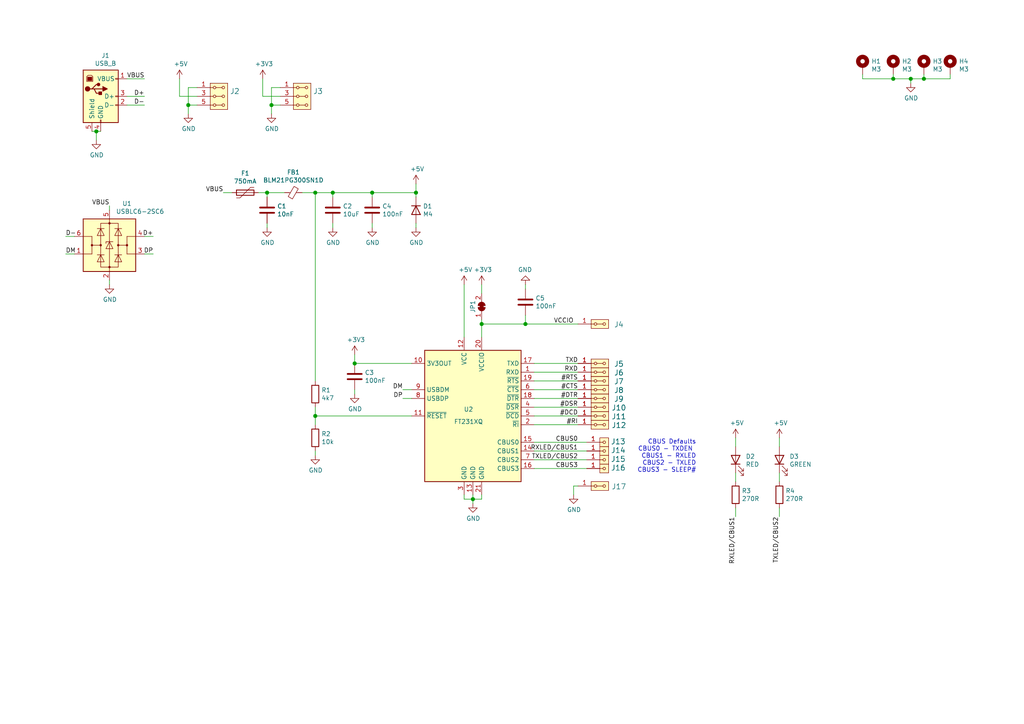
<source format=kicad_sch>
(kicad_sch (version 20210126) (generator eeschema)
  (paper "A4")
  (title_block (title "USB232R02A") (date "2021-03-25") (company "jacho"))
  (lib_symbols
    (symbol "Connector:USB_B" (pin_names (offset 1.016))
      (property "Reference" "J" (at -5.08 11.43 0))
      (property "Value" "USB_B" (at -5.08 8.89 0))
      (symbol "USB_B_0_1"
        (circle (center -3.81 2.159) (radius 0.635) (stroke (width 0.254)) (fill (type outline)))
        (circle (center -0.635 3.429) (radius 0.381) (stroke (width 0.254)) (fill (type outline)))
        (rectangle (start -0.127 -7.62) (end 0.127 -6.858))
        (rectangle (start 5.08 -2.667) (end 4.318 -2.413))
        (rectangle (start 5.08 -0.127) (end 4.318 0.127))
        (rectangle (start 5.08 4.953) (end 4.318 5.207))
        (rectangle (start -3.81 5.588) (end -2.54 4.572) (fill (type outline)))
        (rectangle (start 0.254 1.27) (end -0.508 0.508) (stroke (width 0.254)) (fill (type outline)))
        (rectangle (start -5.08 -7.62) (end 5.08 7.62) (stroke (width 0.254)) (fill (type background)))
        (polyline (pts (xy -1.905 2.159) (xy 0.635 2.159)) (stroke (width 0.254)))
        (polyline (pts (xy -3.175 2.159) (xy -2.54 2.159) (xy -1.27 3.429) (xy -0.635 3.429)) (stroke (width 0.254)))
        (polyline (pts (xy -2.54 2.159) (xy -1.905 2.159) (xy -1.27 0.889) (xy 0 0.889)) (stroke (width 0.254)))
        (polyline (pts (xy -4.064 4.318) (xy -2.286 4.318) (xy -2.286 5.715) (xy -2.667 6.096) (xy -3.683 6.096) (xy -4.064 5.715) (xy -4.064 4.318)))
        (polyline (pts (xy 0.635 2.794) (xy 0.635 1.524) (xy 1.905 2.159) (xy 0.635 2.794)) (stroke (width 0.254)) (fill (type outline)))
      )
      (symbol "USB_B_1_1"
        (pin power_out line (at 7.62 5.08 180) (length 2.54) (name "VBUS") (number "1"))
        (pin bidirectional line (at 7.62 -2.54 180) (length 2.54) (name "D-") (number "2"))
        (pin bidirectional line (at 7.62 0 180) (length 2.54) (name "D+") (number "3"))
        (pin power_out line (at 0 -10.16 90) (length 2.54) (name "GND") (number "4"))
        (pin passive line (at -2.54 -10.16 90) (length 2.54) (name "Shield") (number "5"))
      )
    )
    (symbol "Device:C" (pin_numbers hide) (pin_names (offset 0.254))
      (property "Reference" "C" (at 0.635 2.54 0))
      (property "Value" "C" (at 0.635 -2.54 0))
      (symbol "C_0_1"
        (polyline (pts (xy -2.032 -0.762) (xy 2.032 -0.762)) (stroke (width 0.508)))
        (polyline (pts (xy -2.032 0.762) (xy 2.032 0.762)) (stroke (width 0.508)))
      )
      (symbol "C_1_1"
        (pin passive line (at 0 3.81 270) (length 2.794) (name "~") (number "1"))
        (pin passive line (at 0 -3.81 90) (length 2.794) (name "~") (number "2"))
      )
    )
    (symbol "Device:D" (pin_numbers hide) (pin_names (offset 1.016) hide)
      (property "Reference" "D" (at 0 2.54 0))
      (property "Value" "D" (at 0 -2.54 0))
      (symbol "D_0_1"
        (polyline (pts (xy -1.27 1.27) (xy -1.27 -1.27)) (stroke (width 0.254)))
        (polyline (pts (xy 1.27 0) (xy -1.27 0)))
        (polyline (pts (xy 1.27 1.27) (xy 1.27 -1.27) (xy -1.27 0) (xy 1.27 1.27)) (stroke (width 0.254)))
      )
      (symbol "D_1_1"
        (pin passive line (at -3.81 0 0) (length 2.54) (name "K") (number "1"))
        (pin passive line (at 3.81 0 180) (length 2.54) (name "A") (number "2"))
      )
    )
    (symbol "Device:FerriteBead_Small" (pin_numbers hide) (pin_names (offset 0))
      (property "Reference" "FB" (at 1.905 1.27 0))
      (property "Value" "FerriteBead_Small" (at 1.905 -1.27 0))
      (symbol "FerriteBead_Small_0_1"
        (polyline (pts (xy 0 -1.27) (xy 0 -0.7874)))
        (polyline (pts (xy 0 0.889) (xy 0 1.2954)))
        (polyline (pts (xy -1.8288 0.2794) (xy -1.1176 1.4986) (xy 1.8288 -0.2032) (xy 1.1176 -1.4224) (xy -1.8288 0.2794)))
      )
      (symbol "FerriteBead_Small_1_1"
        (pin passive line (at 0 2.54 270) (length 1.27) (name "~") (number "1"))
        (pin passive line (at 0 -2.54 90) (length 1.27) (name "~") (number "2"))
      )
    )
    (symbol "Device:LED" (pin_numbers hide) (pin_names (offset 1.016) hide)
      (property "Reference" "D" (at 0 2.54 0))
      (property "Value" "LED" (at 0 -2.54 0))
      (symbol "LED_0_1"
        (polyline (pts (xy -1.27 -1.27) (xy -1.27 1.27)) (stroke (width 0.254)))
        (polyline (pts (xy -1.27 0) (xy 1.27 0)))
        (polyline (pts (xy 1.27 -1.27) (xy 1.27 1.27) (xy -1.27 0) (xy 1.27 -1.27)) (stroke (width 0.254)))
        (polyline (pts (xy -3.048 -0.762) (xy -4.572 -2.286) (xy -3.81 -2.286) (xy -4.572 -2.286) (xy -4.572 -1.524)))
        (polyline (pts (xy -1.778 -0.762) (xy -3.302 -2.286) (xy -2.54 -2.286) (xy -3.302 -2.286) (xy -3.302 -1.524)))
      )
      (symbol "LED_1_1"
        (pin passive line (at -3.81 0 0) (length 2.54) (name "K") (number "1"))
        (pin passive line (at 3.81 0 180) (length 2.54) (name "A") (number "2"))
      )
    )
    (symbol "Device:Polyfuse" (pin_numbers hide) (pin_names (offset 0))
      (property "Reference" "F" (at -2.54 0 90))
      (property "Value" "Polyfuse" (at 2.54 0 90))
      (symbol "Polyfuse_0_1"
        (rectangle (start -0.762 2.54) (end 0.762 -2.54) (stroke (width 0.254)))
        (polyline (pts (xy 0 2.54) (xy 0 -2.54)))
        (polyline (pts (xy -1.524 2.54) (xy -1.524 1.524) (xy 1.524 -1.524) (xy 1.524 -2.54)))
      )
      (symbol "Polyfuse_1_1"
        (pin passive line (at 0 3.81 270) (length 1.27) (name "~") (number "1"))
        (pin passive line (at 0 -3.81 90) (length 1.27) (name "~") (number "2"))
      )
    )
    (symbol "Device:R" (pin_numbers hide) (pin_names (offset 0))
      (property "Reference" "R" (at 2.032 0 90))
      (property "Value" "R" (at 0 0 90))
      (symbol "R_0_1"
        (rectangle (start -1.016 -2.54) (end 1.016 2.54) (stroke (width 0.254)))
      )
      (symbol "R_1_1"
        (pin passive line (at 0 3.81 270) (length 1.27) (name "~") (number "1"))
        (pin passive line (at 0 -3.81 90) (length 1.27) (name "~") (number "2"))
      )
    )
    (symbol "Interface_USB:FT231XQ"
      (property "Reference" "U" (at -13.97 20.32 0))
      (property "Value" "FT231XQ" (at 6.35 20.32 0))
      (symbol "FT231XQ_0_1"
        (rectangle (start -13.97 19.05) (end 13.97 -19.05) (stroke (width 0.254)) (fill (type background)))
      )
      (symbol "FT231XQ_1_1"
        (pin input line (at 17.78 12.7 180) (length 3.81) (name "RXD") (number "1"))
        (pin power_out line (at -17.78 15.24 0) (length 3.81) (name "3V3OUT") (number "10"))
        (pin input line (at -17.78 0 0) (length 3.81) (name "~RESET") (number "11"))
        (pin power_in line (at -2.54 22.86 270) (length 3.81) (name "VCC") (number "12"))
        (pin power_in line (at 0 -22.86 90) (length 3.81) (name "GND") (number "13"))
        (pin bidirectional line (at 17.78 -10.16 180) (length 3.81) (name "CBUS1") (number "14"))
        (pin bidirectional line (at 17.78 -7.62 180) (length 3.81) (name "CBUS0") (number "15"))
        (pin bidirectional line (at 17.78 -15.24 180) (length 3.81) (name "CBUS3") (number "16"))
        (pin output line (at 17.78 15.24 180) (length 3.81) (name "TXD") (number "17"))
        (pin output line (at 17.78 5.08 180) (length 3.81) (name "~DTR") (number "18"))
        (pin output line (at 17.78 10.16 180) (length 3.81) (name "~RTS") (number "19"))
        (pin input line (at 17.78 -2.54 180) (length 3.81) (name "~RI") (number "2"))
        (pin power_in line (at 2.54 22.86 270) (length 3.81) (name "VCCIO") (number "20"))
        (pin power_in line (at 2.54 -22.86 90) (length 3.81) (name "GND") (number "21"))
        (pin power_in line (at -2.54 -22.86 90) (length 3.81) (name "GND") (number "3"))
        (pin input line (at 17.78 2.54 180) (length 3.81) (name "~DSR") (number "4"))
        (pin input line (at 17.78 0 180) (length 3.81) (name "~DCD") (number "5"))
        (pin input line (at 17.78 7.62 180) (length 3.81) (name "~CTS") (number "6"))
        (pin bidirectional line (at 17.78 -12.7 180) (length 3.81) (name "CBUS2") (number "7"))
        (pin bidirectional line (at -17.78 5.08 0) (length 3.81) (name "USBDP") (number "8"))
        (pin bidirectional line (at -17.78 7.62 0) (length 3.81) (name "USBDM") (number "9"))
      )
    )
    (symbol "Jumper:SolderJumper_2_Bridged" (pin_names (offset 0) hide)
      (property "Reference" "JP" (at 0 2.032 0))
      (property "Value" "SolderJumper_2_Bridged" (at 0 -2.54 0))
      (symbol "SolderJumper_2_Bridged_0_1"
        (arc (start -0.254 1.016) (end -0.254 -1.016) (radius (at -0.254 0) (length 1.016) (angles 90.1 -90.1)))
        (arc (start 0.254 -1.016) (end 0.254 1.016) (radius (at 0.254 0) (length 1.016) (angles -89.9 89.9)))
        (arc (start -0.254 1.016) (end -0.254 -1.016) (radius (at -0.254 0) (length 1.016) (angles 90.1 -90.1)) (fill (type outline)))
        (arc (start 0.254 -1.016) (end 0.254 1.016) (radius (at 0.254 0) (length 1.016) (angles -89.9 89.9)) (fill (type outline)))
        (rectangle (start -0.508 0.508) (end 0.508 -0.508) (fill (type outline)))
        (polyline (pts (xy -0.254 1.016) (xy -0.254 -1.016)))
        (polyline (pts (xy 0.254 1.016) (xy 0.254 -1.016)))
      )
      (symbol "SolderJumper_2_Bridged_1_1"
        (pin passive line (at -3.81 0 0) (length 2.54) (name "A") (number "1"))
        (pin passive line (at 3.81 0 180) (length 2.54) (name "B") (number "2"))
      )
    )
    (symbol "MLAB_HEADER:HEADER_1x01" (pin_names (offset 1.016))
      (property "Reference" "J" (at 0 -2.54 0))
      (property "Value" "HEADER_1x01" (at 0 2.54 0))
      (symbol "HEADER_1x01_0_1"
        (circle (center 0 0) (radius 0.381))
        (rectangle (start -1.27 1.27) (end 1.27 -1.27) (fill (type background)))
        (polyline (pts (xy -1.27 0) (xy -0.381 0)))
      )
      (symbol "HEADER_1x01_1_1"
        (pin input line (at -5.08 0 0) (length 3.81) (name "~") (number "1"))
      )
    )
    (symbol "MLAB_HEADER:HEADER_2x01_PARALLEL" (pin_names (offset 1.016))
      (property "Reference" "J" (at 0 -2.54 0))
      (property "Value" "HEADER_2x01_PARALLEL" (at 0 2.54 0))
      (symbol "HEADER_2x01_PARALLEL_0_1"
        (circle (center -1.27 0) (radius 0.381))
        (circle (center 1.27 0) (radius 0.381))
        (rectangle (start -2.54 1.27) (end 2.54 -1.27) (fill (type background)))
        (polyline (pts (xy -1.651 0) (xy -2.54 0)))
        (polyline (pts (xy -0.889 0) (xy 0.889 0)))
      )
      (symbol "HEADER_2x01_PARALLEL_1_1"
        (pin input line (at -6.35 0 0) (length 3.81) (name "~") (number "1"))
        (pin input line (at -6.35 0 0) (length 3.81) hide (name "~") (number "2"))
      )
    )
    (symbol "MLAB_HEADER:HEADER_2x03_PARALLEL" (pin_names (offset 1.016))
      (property "Reference" "J" (at 0 -5.08 0))
      (property "Value" "HEADER_2x03_PARALLEL" (at 0 5.08 0))
      (symbol "HEADER_2x03_PARALLEL_0_1"
        (circle (center -1.27 -2.54) (radius 0.381))
        (circle (center -1.27 0) (radius 0.381))
        (circle (center -1.27 2.54) (radius 0.381))
        (circle (center 1.27 -2.54) (radius 0.381))
        (circle (center 1.27 0) (radius 0.381))
        (circle (center 1.27 2.54) (radius 0.381))
        (rectangle (start -2.54 3.81) (end 2.54 -3.81) (fill (type background)))
        (polyline (pts (xy -1.651 -2.54) (xy -2.54 -2.54)))
        (polyline (pts (xy -1.651 0) (xy -2.54 0)))
        (polyline (pts (xy -1.651 2.54) (xy -2.54 2.54)))
        (polyline (pts (xy -0.889 -2.54) (xy 0.889 -2.54)))
        (polyline (pts (xy -0.889 0) (xy 0.889 0)))
        (polyline (pts (xy -0.889 2.54) (xy 0.889 2.54)))
      )
      (symbol "HEADER_2x03_PARALLEL_1_1"
        (pin input line (at -6.35 2.54 0) (length 3.81) (name "~") (number "1"))
        (pin input line (at -6.35 2.54 0) (length 3.81) hide (name "~") (number "2"))
        (pin input line (at -6.35 0 0) (length 3.81) (name "~") (number "3"))
        (pin input line (at -6.35 0 0) (length 3.81) hide (name "~") (number "4"))
        (pin input line (at -6.35 -2.54 0) (length 3.81) (name "~") (number "5"))
        (pin input line (at -6.35 -2.54 0) (length 3.81) hide (name "~") (number "6"))
      )
    )
    (symbol "Mechanical:MountingHole_Pad" (pin_numbers hide) (pin_names (offset 1.016) hide)
      (property "Reference" "H" (at 0 6.35 0))
      (property "Value" "MountingHole_Pad" (at 0 4.445 0))
      (symbol "MountingHole_Pad_0_1"
        (circle (center 0 1.27) (radius 1.27) (stroke (width 1.27)))
      )
      (symbol "MountingHole_Pad_1_1"
        (pin input line (at 0 -2.54 90) (length 2.54) (name "1") (number "1"))
      )
    )
    (symbol "Power_Protection:USBLC6-2SC6" (pin_names hide)
      (property "Reference" "U" (at 2.54 8.89 0))
      (property "Value" "USBLC6-2SC6" (at 2.54 -8.89 0))
      (symbol "USBLC6-2SC6_0_1"
        (circle (center -5.08 0) (radius 0.254) (fill (type outline)))
        (circle (center -2.54 0) (radius 0.254) (fill (type outline)))
        (circle (center 0 -6.35) (radius 0.254) (fill (type outline)))
        (circle (center 0 6.35) (radius 0.254) (fill (type outline)))
        (circle (center 2.54 0) (radius 0.254) (fill (type outline)))
        (circle (center 5.08 0) (radius 0.254) (fill (type outline)))
        (rectangle (start -2.54 6.35) (end 2.54 -6.35))
        (rectangle (start -7.62 -7.62) (end 7.62 7.62) (stroke (width 0.254)) (fill (type background)))
        (polyline (pts (xy -5.08 -2.54) (xy -7.62 -2.54)))
        (polyline (pts (xy -5.08 0) (xy -5.08 -2.54)))
        (polyline (pts (xy -5.08 2.54) (xy -7.62 2.54)))
        (polyline (pts (xy -1.524 -2.794) (xy -3.556 -2.794)))
        (polyline (pts (xy -1.524 4.826) (xy -3.556 4.826)))
        (polyline (pts (xy 0 -7.62) (xy 0 -6.35)))
        (polyline (pts (xy 0 -6.35) (xy 0 1.27)))
        (polyline (pts (xy 0 1.27) (xy 0 6.35)))
        (polyline (pts (xy 0 6.35) (xy 0 7.62)))
        (polyline (pts (xy 1.524 -2.794) (xy 3.556 -2.794)))
        (polyline (pts (xy 1.524 4.826) (xy 3.556 4.826)))
        (polyline (pts (xy 5.08 -2.54) (xy 7.62 -2.54)))
        (polyline (pts (xy 5.08 0) (xy 5.08 -2.54)))
        (polyline (pts (xy 5.08 2.54) (xy 7.62 2.54)))
        (polyline (pts (xy -2.54 0) (xy -5.08 0) (xy -5.08 2.54)))
        (polyline (pts (xy 2.54 0) (xy 5.08 0) (xy 5.08 2.54)))
        (polyline (pts (xy -3.556 -4.826) (xy -1.524 -4.826) (xy -2.54 -2.794) (xy -3.556 -4.826)))
        (polyline (pts (xy -3.556 2.794) (xy -1.524 2.794) (xy -2.54 4.826) (xy -3.556 2.794)))
        (polyline (pts (xy -1.016 -1.016) (xy 1.016 -1.016) (xy 0 1.016) (xy -1.016 -1.016)))
        (polyline (pts (xy 1.016 1.016) (xy 0.762 1.016) (xy -1.016 1.016) (xy -1.016 0.508)))
        (polyline (pts (xy 3.556 -4.826) (xy 1.524 -4.826) (xy 2.54 -2.794) (xy 3.556 -4.826)))
        (polyline (pts (xy 3.556 2.794) (xy 1.524 2.794) (xy 2.54 4.826) (xy 3.556 2.794)))
      )
      (symbol "USBLC6-2SC6_1_1"
        (pin passive line (at -10.16 -2.54 0) (length 2.54) (name "I/O1") (number "1"))
        (pin passive line (at 0 -10.16 90) (length 2.54) (name "GND") (number "2"))
        (pin passive line (at 10.16 -2.54 180) (length 2.54) (name "I/O2") (number "3"))
        (pin passive line (at 10.16 2.54 180) (length 2.54) (name "I/O2") (number "4"))
        (pin passive line (at 0 10.16 270) (length 2.54) (name "VBUS") (number "5"))
        (pin passive line (at -10.16 2.54 0) (length 2.54) (name "I/O1") (number "6"))
      )
    )
    (symbol "power:+3V3" (power) (pin_names (offset 0))
      (property "Value" "+3V3" (at 0 3.556 0))
      (symbol "+3V3_0_1"
        (polyline (pts (xy -0.762 1.27) (xy 0 2.54)))
        (polyline (pts (xy 0 0) (xy 0 2.54)))
        (polyline (pts (xy 0 2.54) (xy 0.762 1.27)))
      )
      (symbol "+3V3_1_1"
        (pin power_in line (at 0 0 90) (length 0) hide (name "+3V3") (number "1"))
      )
    )
    (symbol "power:+5V" (power) (pin_names (offset 0))
      (property "Value" "+5V" (at 0 3.556 0))
      (symbol "+5V_0_1"
        (polyline (pts (xy -0.762 1.27) (xy 0 2.54)))
        (polyline (pts (xy 0 0) (xy 0 2.54)))
        (polyline (pts (xy 0 2.54) (xy 0.762 1.27)))
      )
      (symbol "+5V_1_1"
        (pin power_in line (at 0 0 90) (length 0) hide (name "+5V") (number "1"))
      )
    )
    (symbol "power:GND" (power) (pin_names (offset 0))
      (property "Value" "GND" (at 0 -3.81 0))
      (symbol "GND_0_1"
        (polyline (pts (xy 0 0) (xy 0 -1.27) (xy 1.27 -1.27) (xy 0 -2.54) (xy -1.27 -1.27) (xy 0 -1.27)))
      )
      (symbol "GND_1_1"
        (pin power_in line (at 0 0 270) (length 0) hide (name "GND") (number "1"))
      )
    )
  )
  (junction (at 27.94 38.1) (diameter 1.016))
  (junction (at 54.61 30.48) (diameter 1.016))
  (junction (at 77.47 55.88) (diameter 1.016))
  (junction (at 78.74 30.48) (diameter 1.016))
  (junction (at 91.44 55.88) (diameter 1.016))
  (junction (at 91.44 120.65) (diameter 1.016))
  (junction (at 96.52 55.88) (diameter 1.016))
  (junction (at 102.87 105.41) (diameter 1.016))
  (junction (at 107.95 55.88) (diameter 1.016))
  (junction (at 120.65 55.88) (diameter 1.016))
  (junction (at 137.16 144.78) (diameter 1.016))
  (junction (at 139.7 93.98) (diameter 1.016))
  (junction (at 152.4 93.98) (diameter 1.016))
  (junction (at 259.08 22.86) (diameter 1.016))
  (junction (at 264.16 22.86) (diameter 1.016))
  (junction (at 267.97 22.86) (diameter 1.016))
  (wire (pts (xy 19.05 68.58) (xy 21.59 68.58)))
  (wire (pts (xy 19.05 73.66) (xy 21.59 73.66)))
  (wire (pts (xy 26.67 38.1) (xy 27.94 38.1)))
  (wire (pts (xy 27.94 38.1) (xy 27.94 40.64)))
  (wire (pts (xy 27.94 38.1) (xy 29.21 38.1)))
  (wire (pts (xy 31.75 59.69) (xy 31.75 60.96)))
  (wire (pts (xy 31.75 81.28) (xy 31.75 82.55)))
  (wire (pts (xy 36.83 22.86) (xy 41.91 22.86)))
  (wire (pts (xy 36.83 27.94) (xy 41.91 27.94)))
  (wire (pts (xy 36.83 30.48) (xy 41.91 30.48)))
  (wire (pts (xy 41.91 68.58) (xy 44.45 68.58)))
  (wire (pts (xy 41.91 73.66) (xy 44.45 73.66)))
  (wire (pts (xy 52.07 27.94) (xy 52.07 22.86)))
  (wire (pts (xy 54.61 25.4) (xy 54.61 30.48)))
  (wire (pts (xy 54.61 30.48) (xy 54.61 33.02)))
  (wire (pts (xy 54.61 30.48) (xy 57.15 30.48)))
  (wire (pts (xy 57.15 25.4) (xy 54.61 25.4)))
  (wire (pts (xy 57.15 27.94) (xy 52.07 27.94)))
  (wire (pts (xy 64.77 55.88) (xy 67.31 55.88)))
  (wire (pts (xy 74.93 55.88) (xy 77.47 55.88)))
  (wire (pts (xy 76.2 27.94) (xy 76.2 22.86)))
  (wire (pts (xy 77.47 55.88) (xy 77.47 57.15)))
  (wire (pts (xy 77.47 55.88) (xy 82.55 55.88)))
  (wire (pts (xy 77.47 64.77) (xy 77.47 66.04)))
  (wire (pts (xy 78.74 25.4) (xy 78.74 30.48)))
  (wire (pts (xy 78.74 30.48) (xy 78.74 33.02)))
  (wire (pts (xy 78.74 30.48) (xy 81.28 30.48)))
  (wire (pts (xy 81.28 25.4) (xy 78.74 25.4)))
  (wire (pts (xy 81.28 27.94) (xy 76.2 27.94)))
  (wire (pts (xy 87.63 55.88) (xy 91.44 55.88)))
  (wire (pts (xy 91.44 55.88) (xy 91.44 110.49)))
  (wire (pts (xy 91.44 55.88) (xy 96.52 55.88)))
  (wire (pts (xy 91.44 118.11) (xy 91.44 120.65)))
  (wire (pts (xy 91.44 120.65) (xy 91.44 123.19)))
  (wire (pts (xy 91.44 120.65) (xy 119.38 120.65)))
  (wire (pts (xy 91.44 130.81) (xy 91.44 132.08)))
  (wire (pts (xy 96.52 55.88) (xy 96.52 57.15)))
  (wire (pts (xy 96.52 55.88) (xy 107.95 55.88)))
  (wire (pts (xy 96.52 64.77) (xy 96.52 66.04)))
  (wire (pts (xy 102.87 102.87) (xy 102.87 105.41)))
  (wire (pts (xy 102.87 105.41) (xy 119.38 105.41)))
  (wire (pts (xy 102.87 113.03) (xy 102.87 114.3)))
  (wire (pts (xy 107.95 55.88) (xy 107.95 57.15)))
  (wire (pts (xy 107.95 55.88) (xy 120.65 55.88)))
  (wire (pts (xy 107.95 64.77) (xy 107.95 66.04)))
  (wire (pts (xy 116.84 113.03) (xy 119.38 113.03)))
  (wire (pts (xy 116.84 115.57) (xy 119.38 115.57)))
  (wire (pts (xy 120.65 53.34) (xy 120.65 55.88)))
  (wire (pts (xy 120.65 55.88) (xy 120.65 57.15)))
  (wire (pts (xy 120.65 64.77) (xy 120.65 66.04)))
  (wire (pts (xy 134.62 82.55) (xy 134.62 97.79)))
  (wire (pts (xy 134.62 143.51) (xy 134.62 144.78)))
  (wire (pts (xy 134.62 144.78) (xy 137.16 144.78)))
  (wire (pts (xy 137.16 143.51) (xy 137.16 144.78)))
  (wire (pts (xy 137.16 144.78) (xy 137.16 146.05)))
  (wire (pts (xy 137.16 144.78) (xy 139.7 144.78)))
  (wire (pts (xy 139.7 82.55) (xy 139.7 85.09)))
  (wire (pts (xy 139.7 92.71) (xy 139.7 93.98)))
  (wire (pts (xy 139.7 93.98) (xy 139.7 97.79)))
  (wire (pts (xy 139.7 93.98) (xy 152.4 93.98)))
  (wire (pts (xy 139.7 144.78) (xy 139.7 143.51)))
  (wire (pts (xy 152.4 82.55) (xy 152.4 83.82)))
  (wire (pts (xy 152.4 91.44) (xy 152.4 93.98)))
  (wire (pts (xy 152.4 93.98) (xy 167.64 93.98)))
  (wire (pts (xy 154.94 105.41) (xy 167.64 105.41)))
  (wire (pts (xy 154.94 107.95) (xy 167.64 107.95)))
  (wire (pts (xy 154.94 110.49) (xy 167.64 110.49)))
  (wire (pts (xy 154.94 113.03) (xy 167.64 113.03)))
  (wire (pts (xy 154.94 115.57) (xy 167.64 115.57)))
  (wire (pts (xy 154.94 118.11) (xy 167.64 118.11)))
  (wire (pts (xy 154.94 120.65) (xy 167.64 120.65)))
  (wire (pts (xy 154.94 123.19) (xy 167.64 123.19)))
  (wire (pts (xy 154.94 128.27) (xy 170.18 128.27)))
  (wire (pts (xy 154.94 130.81) (xy 170.18 130.81)))
  (wire (pts (xy 154.94 133.35) (xy 170.18 133.35)))
  (wire (pts (xy 154.94 135.89) (xy 170.18 135.89)))
  (wire (pts (xy 166.37 140.97) (xy 166.37 143.51)))
  (wire (pts (xy 167.64 140.97) (xy 166.37 140.97)))
  (wire (pts (xy 213.36 127) (xy 213.36 129.54)))
  (wire (pts (xy 213.36 137.16) (xy 213.36 139.7)))
  (wire (pts (xy 213.36 147.32) (xy 213.36 149.86)))
  (wire (pts (xy 226.06 127) (xy 226.06 129.54)))
  (wire (pts (xy 226.06 137.16) (xy 226.06 139.7)))
  (wire (pts (xy 226.06 147.32) (xy 226.06 149.86)))
  (wire (pts (xy 250.19 21.59) (xy 250.19 22.86)))
  (wire (pts (xy 250.19 22.86) (xy 259.08 22.86)))
  (wire (pts (xy 259.08 21.59) (xy 259.08 22.86)))
  (wire (pts (xy 259.08 22.86) (xy 264.16 22.86)))
  (wire (pts (xy 264.16 22.86) (xy 264.16 24.13)))
  (wire (pts (xy 264.16 22.86) (xy 267.97 22.86)))
  (wire (pts (xy 267.97 21.59) (xy 267.97 22.86)))
  (wire (pts (xy 267.97 22.86) (xy 275.59 22.86)))
  (wire (pts (xy 275.59 22.86) (xy 275.59 21.59)))
  (text "CBUS Defaults\nCBUS0 - TXDEN \nCBUS1 - RXLED\nCBUS2 - TXLED\nCBUS3 - SLEEP#" (at 201.93 137.16 0) (effects (font (size 1.27 1.27)) (justify right bottom)))
  (label "D-" (at 19.05 68.58 0))
  (label "DM" (at 19.05 73.66 0))
  (label "VBUS" (at 31.75 59.69 180))
  (label "VBUS" (at 41.91 22.86 180))
  (label "D+" (at 41.91 27.94 180))
  (label "D-" (at 41.91 30.48 180))
  (label "D+" (at 44.45 68.58 180))
  (label "DP" (at 44.45 73.66 180))
  (label "VBUS" (at 64.77 55.88 180))
  (label "DM" (at 116.84 113.03 180))
  (label "DP" (at 116.84 115.57 180))
  (label "VCCIO" (at 166.37 93.98 180))
  (label "TXD" (at 167.64 105.41 180))
  (label "RXD" (at 167.64 107.95 180))
  (label "#RTS" (at 167.64 110.49 180))
  (label "#CTS" (at 167.64 113.03 180))
  (label "#DTR" (at 167.64 115.57 180))
  (label "#DSR" (at 167.64 118.11 180))
  (label "#DCD" (at 167.64 120.65 180))
  (label "#RI" (at 167.64 123.19 180))
  (label "CBUS0" (at 167.64 128.27 180))
  (label "RXLED{slash}CBUS1" (at 167.64 130.81 180))
  (label "TXLED{slash}CBUS2" (at 167.64 133.35 180))
  (label "CBUS3" (at 167.64 135.89 180))
  (label "RXLED{slash}CBUS1" (at 213.36 149.86 270))
  (label "TXLED{slash}CBUS2" (at 226.06 149.86 270))
  (symbol (lib_id "power:+5V") (at 52.07 22.86 0) (unit 1)
    (property "Reference" "#PWR0111" (effects hide))
    (property "Value" "+5V" (at 52.4383 18.5356 0))
  )
  (symbol (lib_id "power:+3V3") (at 76.2 22.86 0) (unit 1)
    (property "Reference" "#PWR0108" (effects hide))
    (property "Value" "+3V3" (at 76.5683 18.5356 0))
  )
  (symbol (lib_id "power:+3V3") (at 102.87 102.87 0) (unit 1)
    (property "Reference" "#PWR0105" (effects hide))
    (property "Value" "+3V3" (at 103.2383 98.5456 0))
  )
  (symbol (lib_id "power:+5V") (at 120.65 53.34 0) (unit 1)
    (property "Reference" "#PWR0103" (effects hide))
    (property "Value" "+5V" (at 121.0183 49.0156 0))
  )
  (symbol (lib_id "power:+5V") (at 134.62 82.55 0) (unit 1)
    (property "Reference" "#PWR0117" (effects hide))
    (property "Value" "+5V" (at 134.9883 78.2256 0))
  )
  (symbol (lib_id "power:+3V3") (at 139.7 82.55 0) (unit 1)
    (property "Reference" "#PWR0118" (effects hide))
    (property "Value" "+3V3" (at 140.0683 78.2256 0))
  )
  (symbol (lib_id "power:+5V") (at 213.36 127 0) (unit 1)
    (property "Reference" "#PWR0119" (effects hide))
    (property "Value" "+5V" (at 213.7283 122.6756 0))
  )
  (symbol (lib_id "power:+5V") (at 226.06 127 0) (unit 1)
    (property "Reference" "#PWR0120" (effects hide))
    (property "Value" "+5V" (at 226.4283 122.6756 0))
  )
  (symbol (lib_id "power:GND") (at 27.94 40.64 0) (unit 1)
    (property "Reference" "#PWR0110" (effects hide))
    (property "Value" "GND" (at 28.0543 44.9644 0))
  )
  (symbol (lib_id "power:GND") (at 31.75 82.55 0) (unit 1)
    (property "Reference" "#PWR0109" (effects hide))
    (property "Value" "GND" (at 31.8643 86.8744 0))
  )
  (symbol (lib_id "power:GND") (at 54.61 33.02 0) (unit 1)
    (property "Reference" "#PWR0112" (effects hide))
    (property "Value" "GND" (at 54.7243 37.3444 0))
  )
  (symbol (lib_id "power:GND") (at 77.47 66.04 0) (unit 1)
    (property "Reference" "#PWR0113" (effects hide))
    (property "Value" "GND" (at 77.5843 70.3644 0))
  )
  (symbol (lib_id "power:GND") (at 78.74 33.02 0) (unit 1)
    (property "Reference" "#PWR0114" (effects hide))
    (property "Value" "GND" (at 78.8543 37.3444 0))
  )
  (symbol (lib_id "power:GND") (at 91.44 132.08 0) (unit 1)
    (property "Reference" "#PWR0104" (effects hide))
    (property "Value" "GND" (at 91.5543 136.4044 0))
  )
  (symbol (lib_id "power:GND") (at 96.52 66.04 0) (unit 1)
    (property "Reference" "#PWR0106" (effects hide))
    (property "Value" "GND" (at 96.6343 70.3644 0))
  )
  (symbol (lib_id "power:GND") (at 102.87 114.3 0) (unit 1)
    (property "Reference" "#PWR0107" (effects hide))
    (property "Value" "GND" (at 102.9843 118.6244 0))
  )
  (symbol (lib_id "power:GND") (at 107.95 66.04 0) (unit 1)
    (property "Reference" "#PWR0102" (effects hide))
    (property "Value" "GND" (at 108.0643 70.3644 0))
  )
  (symbol (lib_id "power:GND") (at 120.65 66.04 0) (unit 1)
    (property "Reference" "#PWR0101" (effects hide))
    (property "Value" "GND" (at 120.7643 70.3644 0))
  )
  (symbol (lib_id "power:GND") (at 137.16 146.05 0) (unit 1)
    (property "Reference" "#PWR0116" (effects hide))
    (property "Value" "GND" (at 137.2743 150.3744 0))
  )
  (symbol (lib_id "power:GND") (at 152.4 82.55 180) (unit 1)
    (property "Reference" "#PWR0115" (effects hide))
    (property "Value" "GND" (at 152.2857 78.2256 0))
  )
  (symbol (lib_id "power:GND") (at 166.37 143.51 0) (unit 1)
    (property "Reference" "#PWR0122" (effects hide))
    (property "Value" "GND" (at 166.4843 147.8344 0))
  )
  (symbol (lib_id "power:GND") (at 264.16 24.13 0) (unit 1)
    (property "Reference" "#PWR0121" (effects hide))
    (property "Value" "GND" (at 264.2743 28.4544 0))
  )
  (symbol (lib_id "Jumper:SolderJumper_2_Bridged") (at 139.7 88.9 90) (unit 1)
    (property "Reference" "JP1" (at 137.1408 88.9 0))
    (property "Value" "SolderJumper_2_Bridged" (effects hide))
    (property "Footprint" "Jumper:SolderJumper-2_P1.3mm_Bridged_RoundedPad1.0x1.5mm" (effects hide))
  )
  (symbol (lib_id "MLAB_HEADER:HEADER_1x01") (at 175.26 128.27 0) (unit 1)
    (property "Reference" "J13" (at 177.1651 128.0719 0) (effects (font (size 1.524 1.524)) (justify left)))
    (property "Value" "-" (effects hide))
    (property "Footprint" "Mlab_Pin_Headers:Straight_1x01" (effects hide))
  )
  (symbol (lib_id "MLAB_HEADER:HEADER_1x01") (at 175.26 130.81 0) (unit 1)
    (property "Reference" "J14" (at 177.1651 130.6119 0) (effects (font (size 1.524 1.524)) (justify left)))
    (property "Value" "-" (effects hide))
    (property "Footprint" "Mlab_Pin_Headers:Straight_1x01" (effects hide))
  )
  (symbol (lib_id "MLAB_HEADER:HEADER_1x01") (at 175.26 133.35 0) (unit 1)
    (property "Reference" "J15" (at 177.1651 133.1519 0) (effects (font (size 1.524 1.524)) (justify left)))
    (property "Value" "-" (effects hide))
    (property "Footprint" "Mlab_Pin_Headers:Straight_1x01" (effects hide))
  )
  (symbol (lib_id "MLAB_HEADER:HEADER_1x01") (at 175.26 135.89 0) (unit 1)
    (property "Reference" "J16" (at 177.1651 135.6919 0) (effects (font (size 1.524 1.524)) (justify left)))
    (property "Value" "-" (effects hide))
    (property "Footprint" "Mlab_Pin_Headers:Straight_1x01" (effects hide))
  )
  (symbol (lib_id "Device:R") (at 91.44 114.3 0) (unit 1)
    (property "Reference" "R1" (at 93.2181 113.1506 0) (effects (justify left)))
    (property "Value" "4k7" (at 93.218 115.449 0) (effects (justify left)))
    (property "Footprint" "Mlab_R:SMD-0805" (effects hide))
  )
  (symbol (lib_id "Device:R") (at 91.44 127 0) (unit 1)
    (property "Reference" "R2" (at 93.2181 125.8506 0) (effects (justify left)))
    (property "Value" "10k" (at 93.218 128.149 0) (effects (justify left)))
    (property "Footprint" "Mlab_R:SMD-0805" (effects hide))
  )
  (symbol (lib_id "Device:R") (at 213.36 143.51 0) (unit 1)
    (property "Reference" "R3" (at 215.1381 142.3606 0) (effects (justify left)))
    (property "Value" "270R" (at 215.138 144.659 0) (effects (justify left)))
    (property "Footprint" "Mlab_R:SMD-0805" (effects hide))
  )
  (symbol (lib_id "Device:R") (at 226.06 143.51 0) (unit 1)
    (property "Reference" "R4" (at 227.8381 142.3606 0) (effects (justify left)))
    (property "Value" "270R" (at 227.838 144.659 0) (effects (justify left)))
    (property "Footprint" "Mlab_R:SMD-0805" (effects hide))
  )
  (symbol (lib_id "Device:FerriteBead_Small") (at 85.09 55.88 90) (unit 1)
    (property "Reference" "FB1" (at 85.09 49.968 90))
    (property "Value" "BLM21PG300SN1D" (at 85.09 52.2667 90))
    (property "Footprint" "Mlab_L:SMD-0805" (effects hide))
    (property "UST_ID" "5c70984412875079b91f87fd" (effects hide))
  )
  (symbol (lib_id "Mechanical:MountingHole_Pad") (at 250.19 19.05 0) (unit 1)
    (property "Reference" "H1" (at 252.7301 17.7736 0) (effects (justify left)))
    (property "Value" "M3" (at 252.7301 20.0723 0) (effects (justify left)))
    (property "Footprint" "Mlab_Mechanical:MountingHole_3mm" (effects hide))
  )
  (symbol (lib_id "Mechanical:MountingHole_Pad") (at 259.08 19.05 0) (unit 1)
    (property "Reference" "H2" (at 261.6201 17.7736 0) (effects (justify left)))
    (property "Value" "M3" (at 261.6201 20.0723 0) (effects (justify left)))
    (property "Footprint" "Mlab_Mechanical:MountingHole_3mm" (effects hide))
  )
  (symbol (lib_id "Mechanical:MountingHole_Pad") (at 267.97 19.05 0) (unit 1)
    (property "Reference" "H3" (at 270.5101 17.7736 0) (effects (justify left)))
    (property "Value" "M3" (at 270.5101 20.0723 0) (effects (justify left)))
    (property "Footprint" "Mlab_Mechanical:MountingHole_3mm" (effects hide))
  )
  (symbol (lib_id "Mechanical:MountingHole_Pad") (at 275.59 19.05 0) (unit 1)
    (property "Reference" "H4" (at 278.1301 17.7736 0) (effects (justify left)))
    (property "Value" "M3" (at 278.1301 20.0723 0) (effects (justify left)))
    (property "Footprint" "Mlab_Mechanical:MountingHole_3mm" (effects hide))
  )
  (symbol (lib_id "Device:D") (at 120.65 60.96 270) (unit 1)
    (property "Reference" "D1" (at 122.6821 59.8106 90) (effects (justify left)))
    (property "Value" "M4" (at 122.682 62.109 90) (effects (justify left)))
    (property "Footprint" "Diode_SMD:D_SMA" (effects hide))
  )
  (symbol (lib_id "MLAB_HEADER:HEADER_2x01_PARALLEL") (at 173.99 93.98 0) (unit 1)
    (property "Reference" "J4" (at 179.5145 94.1349 0) (effects (font (size 1.524 1.524))))
    (property "Value" "-" (effects hide))
    (property "Footprint" "Mlab_Pin_Headers:Straight_2x01" (effects hide))
  )
  (symbol (lib_id "MLAB_HEADER:HEADER_2x01_PARALLEL") (at 173.99 105.41 0) (unit 1)
    (property "Reference" "J5" (at 179.5145 105.5649 0) (effects (font (size 1.524 1.524))))
    (property "Value" "HEADER_2x01_PARALLEL" (effects hide))
    (property "Footprint" "Mlab_Pin_Headers:Straight_2x01" (effects hide))
  )
  (symbol (lib_id "MLAB_HEADER:HEADER_2x01_PARALLEL") (at 173.99 107.95 0) (unit 1)
    (property "Reference" "J6" (at 179.5145 108.1049 0) (effects (font (size 1.524 1.524))))
    (property "Value" "HEADER_2x01_PARALLEL" (effects hide))
    (property "Footprint" "Mlab_Pin_Headers:Straight_2x01" (effects hide))
  )
  (symbol (lib_id "MLAB_HEADER:HEADER_2x01_PARALLEL") (at 173.99 110.49 0) (unit 1)
    (property "Reference" "J7" (at 179.5145 110.6449 0) (effects (font (size 1.524 1.524))))
    (property "Value" "HEADER_2x01_PARALLEL" (effects hide))
    (property "Footprint" "Mlab_Pin_Headers:Straight_2x01" (effects hide))
  )
  (symbol (lib_id "MLAB_HEADER:HEADER_2x01_PARALLEL") (at 173.99 113.03 0) (unit 1)
    (property "Reference" "J8" (at 179.5145 113.1849 0) (effects (font (size 1.524 1.524))))
    (property "Value" "HEADER_2x01_PARALLEL" (effects hide))
    (property "Footprint" "Mlab_Pin_Headers:Straight_2x01" (effects hide))
  )
  (symbol (lib_id "MLAB_HEADER:HEADER_2x01_PARALLEL") (at 173.99 115.57 0) (unit 1)
    (property "Reference" "J9" (at 179.5145 115.7249 0) (effects (font (size 1.524 1.524))))
    (property "Value" "-" (effects hide))
    (property "Footprint" "Mlab_Pin_Headers:Straight_2x01" (effects hide))
  )
  (symbol (lib_id "MLAB_HEADER:HEADER_2x01_PARALLEL") (at 173.99 118.11 0) (unit 1)
    (property "Reference" "J10" (at 179.5145 118.2649 0) (effects (font (size 1.524 1.524))))
    (property "Value" "-" (effects hide))
    (property "Footprint" "Mlab_Pin_Headers:Straight_2x01" (effects hide))
  )
  (symbol (lib_id "MLAB_HEADER:HEADER_2x01_PARALLEL") (at 173.99 120.65 0) (unit 1)
    (property "Reference" "J11" (at 179.5145 120.8049 0) (effects (font (size 1.524 1.524))))
    (property "Value" "-" (effects hide))
    (property "Footprint" "Mlab_Pin_Headers:Straight_2x01" (effects hide))
  )
  (symbol (lib_id "MLAB_HEADER:HEADER_2x01_PARALLEL") (at 173.99 123.19 0) (unit 1)
    (property "Reference" "J12" (at 179.5145 123.3449 0) (effects (font (size 1.524 1.524))))
    (property "Value" "-" (effects hide))
    (property "Footprint" "Mlab_Pin_Headers:Straight_2x01" (effects hide))
  )
  (symbol (lib_id "MLAB_HEADER:HEADER_2x01_PARALLEL") (at 173.99 140.97 0) (unit 1)
    (property "Reference" "J17" (at 179.5145 141.1249 0) (effects (font (size 1.524 1.524))))
    (property "Value" "HEADER_2x01_PARALLEL" (effects hide))
    (property "Footprint" "Mlab_Pin_Headers:Straight_2x01" (effects hide))
  )
  (symbol (lib_id "Device:Polyfuse") (at 71.12 55.88 90) (unit 1)
    (property "Reference" "F1" (at 71.12 50.2728 90))
    (property "Value" "750mA" (at 71.12 52.572 90))
    (property "Footprint" "Mlab_F:1812" (effects hide))
  )
  (symbol (lib_id "Device:LED") (at 213.36 133.35 90) (unit 1)
    (property "Reference" "D2" (at 216.2811 132.3911 90) (effects (justify right)))
    (property "Value" "RED" (at 216.281 134.69 90) (effects (justify right)))
    (property "Footprint" "Mlab_D:LED_1206" (effects hide))
  )
  (symbol (lib_id "Device:LED") (at 226.06 133.35 90) (unit 1)
    (property "Reference" "D3" (at 228.9811 132.3911 90) (effects (justify right)))
    (property "Value" "GREEN" (at 228.981 134.69 90) (effects (justify right)))
    (property "Footprint" "Mlab_D:LED_1206" (effects hide))
  )
  (symbol (lib_id "Device:C") (at 77.47 60.96 0) (unit 1)
    (property "Reference" "C1" (at 80.3911 59.8106 0) (effects (justify left)))
    (property "Value" "10nF" (at 80.391 62.109 0) (effects (justify left)))
    (property "Footprint" "Mlab_C:SMD-0805" (effects hide))
  )
  (symbol (lib_id "Device:C") (at 96.52 60.96 0) (unit 1)
    (property "Reference" "C2" (at 99.4411 59.8106 0) (effects (justify left)))
    (property "Value" "10uF" (at 99.441 62.109 0) (effects (justify left)))
    (property "Footprint" "Mlab_C:SMD-0805" (effects hide))
  )
  (symbol (lib_id "Device:C") (at 102.87 109.22 0) (unit 1)
    (property "Reference" "C3" (at 105.7911 108.0706 0) (effects (justify left)))
    (property "Value" "100nF" (at 105.791 110.369 0) (effects (justify left)))
    (property "Footprint" "Mlab_C:SMD-0805" (effects hide))
  )
  (symbol (lib_id "Device:C") (at 107.95 60.96 0) (unit 1)
    (property "Reference" "C4" (at 110.8711 59.8106 0) (effects (justify left)))
    (property "Value" "100nF" (at 110.871 62.109 0) (effects (justify left)))
    (property "Footprint" "Mlab_C:SMD-0805" (effects hide))
  )
  (symbol (lib_id "Device:C") (at 152.4 87.63 0) (unit 1)
    (property "Reference" "C5" (at 155.3211 86.4806 0) (effects (justify left)))
    (property "Value" "100nF" (at 155.321 88.779 0) (effects (justify left)))
    (property "Footprint" "Mlab_C:SMD-0805" (effects hide))
  )
  (symbol (lib_id "MLAB_HEADER:HEADER_2x03_PARALLEL") (at 63.5 27.94 0) (unit 1)
    (property "Reference" "J2" (at 66.6751 26.4719 0) (effects (font (size 1.524 1.524)) (justify left)))
    (property "Value" "HEADER_2x03_PARALLEL" (effects hide))
    (property "Footprint" "Mlab_Pin_Headers:Straight_2x03" (effects hide))
  )
  (symbol (lib_id "MLAB_HEADER:HEADER_2x03_PARALLEL") (at 87.63 27.94 0) (unit 1)
    (property "Reference" "J3" (at 90.8051 26.4719 0) (effects (font (size 1.524 1.524)) (justify left)))
    (property "Value" "HEADER_2x03_PARALLEL" (effects hide))
    (property "Footprint" "Mlab_Pin_Headers:Straight_2x03" (effects hide))
  )
  (symbol (lib_id "Connector:USB_B") (at 29.21 27.94 0) (unit 1)
    (property "Reference" "J1" (at 30.607 16.1098 0))
    (property "Value" "USB_B" (at 30.607 18.4085 0))
    (property "Footprint" "Connector_USB:USB_B_OST_USB-B1HSxx_Horizontal" (effects hide))
    (property "Datasheet" " ~" (effects hide))
  )
  (symbol (lib_id "Power_Protection:USBLC6-2SC6") (at 31.75 71.12 0) (unit 1)
    (property "Reference" "U1" (at 36.83 59.0358 0))
    (property "Value" "USBLC6-2SC6" (at 40.64 61.3345 0))
    (property "Footprint" "Package_TO_SOT_SMD:SOT-23-6" (effects hide))
    (property "Datasheet" "https://www.st.com/resource/en/datasheet/usblc6-2.pdf" (effects hide))
  )
  (symbol (lib_id "Interface_USB:FT231XQ") (at 137.16 120.65 0) (unit 1)
    (property "Reference" "U2" (at 135.89 118.7258 0))
    (property "Value" "FT231XQ" (at 135.89 122.2945 0))
    (property "Footprint" "Package_DFN_QFN:QFN-20-1EP_4x4mm_P0.5mm_EP2.5x2.5mm" (effects hide))
    (property "Datasheet" "https://www.ftdichip.com/Support/Documents/DataSheets/ICs/DS_FT231X.pdf" (effects hide))
  )
)
</source>
